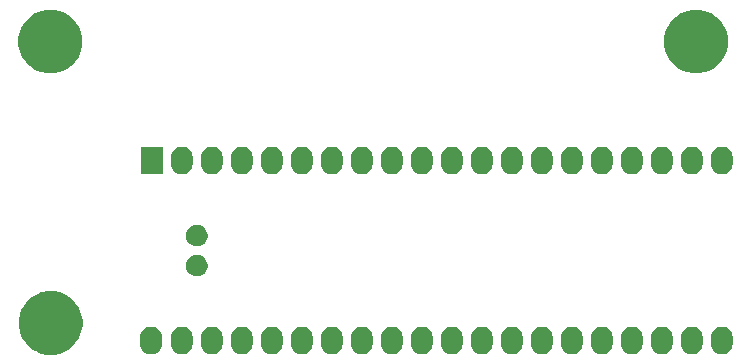
<source format=gbr>
G04 #@! TF.GenerationSoftware,KiCad,Pcbnew,5.1.5*
G04 #@! TF.CreationDate,2020-04-09T00:18:25+02:00*
G04 #@! TF.ProjectId,bluepill_control_board,626c7565-7069-46c6-9c5f-636f6e74726f,rev?*
G04 #@! TF.SameCoordinates,Original*
G04 #@! TF.FileFunction,Soldermask,Bot*
G04 #@! TF.FilePolarity,Negative*
%FSLAX46Y46*%
G04 Gerber Fmt 4.6, Leading zero omitted, Abs format (unit mm)*
G04 Created by KiCad (PCBNEW 5.1.5) date 2020-04-09 00:18:25*
%MOMM*%
%LPD*%
G04 APERTURE LIST*
%ADD10C,0.100000*%
G04 APERTURE END LIST*
D10*
G36*
X184810852Y-136877797D02*
G01*
X185302402Y-137081404D01*
X185302403Y-137081405D01*
X185744787Y-137376996D01*
X186121004Y-137753213D01*
X186318512Y-138048805D01*
X186416596Y-138195598D01*
X186620203Y-138687148D01*
X186724000Y-139208973D01*
X186724000Y-139741027D01*
X186620203Y-140262852D01*
X186416596Y-140754402D01*
X186416595Y-140754403D01*
X186121004Y-141196787D01*
X185744787Y-141573004D01*
X185488301Y-141744382D01*
X185302402Y-141868596D01*
X184810852Y-142072203D01*
X184289027Y-142176000D01*
X183756973Y-142176000D01*
X183235148Y-142072203D01*
X182743598Y-141868596D01*
X182557699Y-141744382D01*
X182301213Y-141573004D01*
X181924996Y-141196787D01*
X181629405Y-140754403D01*
X181629404Y-140754402D01*
X181425797Y-140262852D01*
X181322000Y-139741027D01*
X181322000Y-139208973D01*
X181425797Y-138687148D01*
X181629404Y-138195598D01*
X181727488Y-138048805D01*
X181924996Y-137753213D01*
X182301213Y-137376996D01*
X182743597Y-137081405D01*
X182743598Y-137081404D01*
X183235148Y-136877797D01*
X183756973Y-136774000D01*
X184289027Y-136774000D01*
X184810852Y-136877797D01*
G37*
G36*
X192708094Y-139809633D02*
G01*
X192880495Y-139861931D01*
X193039383Y-139946858D01*
X193178649Y-140061151D01*
X193292942Y-140200417D01*
X193377869Y-140359306D01*
X193430167Y-140531707D01*
X193443400Y-140666070D01*
X193443400Y-141278731D01*
X193430167Y-141413094D01*
X193377869Y-141585495D01*
X193292942Y-141744383D01*
X193178649Y-141883649D01*
X193039383Y-141997942D01*
X192880494Y-142082869D01*
X192708093Y-142135167D01*
X192528800Y-142152825D01*
X192349506Y-142135167D01*
X192177105Y-142082869D01*
X192018217Y-141997942D01*
X191878951Y-141883649D01*
X191764658Y-141744383D01*
X191679731Y-141585494D01*
X191627433Y-141413093D01*
X191614200Y-141278730D01*
X191614200Y-140666069D01*
X191627433Y-140531706D01*
X191679731Y-140359305D01*
X191764659Y-140200418D01*
X191878952Y-140061151D01*
X192018218Y-139946858D01*
X192177106Y-139861931D01*
X192349507Y-139809633D01*
X192528800Y-139791975D01*
X192708094Y-139809633D01*
G37*
G36*
X195298894Y-139809633D02*
G01*
X195471295Y-139861931D01*
X195630183Y-139946858D01*
X195769449Y-140061151D01*
X195883742Y-140200417D01*
X195968669Y-140359306D01*
X196020967Y-140531707D01*
X196034200Y-140666070D01*
X196034200Y-141278731D01*
X196020967Y-141413094D01*
X195968669Y-141585495D01*
X195883742Y-141744383D01*
X195769449Y-141883649D01*
X195630183Y-141997942D01*
X195471294Y-142082869D01*
X195298893Y-142135167D01*
X195119600Y-142152825D01*
X194940306Y-142135167D01*
X194767905Y-142082869D01*
X194609017Y-141997942D01*
X194469751Y-141883649D01*
X194355458Y-141744383D01*
X194270531Y-141585494D01*
X194218233Y-141413093D01*
X194205000Y-141278730D01*
X194205000Y-140666069D01*
X194218233Y-140531706D01*
X194270531Y-140359305D01*
X194355459Y-140200418D01*
X194469752Y-140061151D01*
X194609018Y-139946858D01*
X194767906Y-139861931D01*
X194940307Y-139809633D01*
X195119600Y-139791975D01*
X195298894Y-139809633D01*
G37*
G36*
X197838894Y-139809633D02*
G01*
X198011295Y-139861931D01*
X198170183Y-139946858D01*
X198309449Y-140061151D01*
X198423742Y-140200417D01*
X198508669Y-140359306D01*
X198560967Y-140531707D01*
X198574200Y-140666070D01*
X198574200Y-141278731D01*
X198560967Y-141413094D01*
X198508669Y-141585495D01*
X198423742Y-141744383D01*
X198309449Y-141883649D01*
X198170183Y-141997942D01*
X198011294Y-142082869D01*
X197838893Y-142135167D01*
X197659600Y-142152825D01*
X197480306Y-142135167D01*
X197307905Y-142082869D01*
X197149017Y-141997942D01*
X197009751Y-141883649D01*
X196895458Y-141744383D01*
X196810531Y-141585494D01*
X196758233Y-141413093D01*
X196745000Y-141278730D01*
X196745000Y-140666069D01*
X196758233Y-140531706D01*
X196810531Y-140359305D01*
X196895459Y-140200418D01*
X197009752Y-140061151D01*
X197149018Y-139946858D01*
X197307906Y-139861931D01*
X197480307Y-139809633D01*
X197659600Y-139791975D01*
X197838894Y-139809633D01*
G37*
G36*
X200378894Y-139809633D02*
G01*
X200551295Y-139861931D01*
X200710183Y-139946858D01*
X200849449Y-140061151D01*
X200963742Y-140200417D01*
X201048669Y-140359306D01*
X201100967Y-140531707D01*
X201114200Y-140666070D01*
X201114200Y-141278731D01*
X201100967Y-141413094D01*
X201048669Y-141585495D01*
X200963742Y-141744383D01*
X200849449Y-141883649D01*
X200710183Y-141997942D01*
X200551294Y-142082869D01*
X200378893Y-142135167D01*
X200199600Y-142152825D01*
X200020306Y-142135167D01*
X199847905Y-142082869D01*
X199689017Y-141997942D01*
X199549751Y-141883649D01*
X199435458Y-141744383D01*
X199350531Y-141585494D01*
X199298233Y-141413093D01*
X199285000Y-141278730D01*
X199285000Y-140666069D01*
X199298233Y-140531706D01*
X199350531Y-140359305D01*
X199435459Y-140200418D01*
X199549752Y-140061151D01*
X199689018Y-139946858D01*
X199847906Y-139861931D01*
X200020307Y-139809633D01*
X200199600Y-139791975D01*
X200378894Y-139809633D01*
G37*
G36*
X202918894Y-139809633D02*
G01*
X203091295Y-139861931D01*
X203250183Y-139946858D01*
X203389449Y-140061151D01*
X203503742Y-140200417D01*
X203588669Y-140359306D01*
X203640967Y-140531707D01*
X203654200Y-140666070D01*
X203654200Y-141278731D01*
X203640967Y-141413094D01*
X203588669Y-141585495D01*
X203503742Y-141744383D01*
X203389449Y-141883649D01*
X203250183Y-141997942D01*
X203091294Y-142082869D01*
X202918893Y-142135167D01*
X202739600Y-142152825D01*
X202560306Y-142135167D01*
X202387905Y-142082869D01*
X202229017Y-141997942D01*
X202089751Y-141883649D01*
X201975458Y-141744383D01*
X201890531Y-141585494D01*
X201838233Y-141413093D01*
X201825000Y-141278730D01*
X201825000Y-140666069D01*
X201838233Y-140531706D01*
X201890531Y-140359305D01*
X201975459Y-140200418D01*
X202089752Y-140061151D01*
X202229018Y-139946858D01*
X202387906Y-139861931D01*
X202560307Y-139809633D01*
X202739600Y-139791975D01*
X202918894Y-139809633D01*
G37*
G36*
X205458894Y-139809633D02*
G01*
X205631295Y-139861931D01*
X205790183Y-139946858D01*
X205929449Y-140061151D01*
X206043742Y-140200417D01*
X206128669Y-140359306D01*
X206180967Y-140531707D01*
X206194200Y-140666070D01*
X206194200Y-141278731D01*
X206180967Y-141413094D01*
X206128669Y-141585495D01*
X206043742Y-141744383D01*
X205929449Y-141883649D01*
X205790183Y-141997942D01*
X205631294Y-142082869D01*
X205458893Y-142135167D01*
X205279600Y-142152825D01*
X205100306Y-142135167D01*
X204927905Y-142082869D01*
X204769017Y-141997942D01*
X204629751Y-141883649D01*
X204515458Y-141744383D01*
X204430531Y-141585494D01*
X204378233Y-141413093D01*
X204365000Y-141278730D01*
X204365000Y-140666069D01*
X204378233Y-140531706D01*
X204430531Y-140359305D01*
X204515459Y-140200418D01*
X204629752Y-140061151D01*
X204769018Y-139946858D01*
X204927906Y-139861931D01*
X205100307Y-139809633D01*
X205279600Y-139791975D01*
X205458894Y-139809633D01*
G37*
G36*
X207998894Y-139809633D02*
G01*
X208171295Y-139861931D01*
X208330183Y-139946858D01*
X208469449Y-140061151D01*
X208583742Y-140200417D01*
X208668669Y-140359306D01*
X208720967Y-140531707D01*
X208734200Y-140666070D01*
X208734200Y-141278731D01*
X208720967Y-141413094D01*
X208668669Y-141585495D01*
X208583742Y-141744383D01*
X208469449Y-141883649D01*
X208330183Y-141997942D01*
X208171294Y-142082869D01*
X207998893Y-142135167D01*
X207819600Y-142152825D01*
X207640306Y-142135167D01*
X207467905Y-142082869D01*
X207309017Y-141997942D01*
X207169751Y-141883649D01*
X207055458Y-141744383D01*
X206970531Y-141585494D01*
X206918233Y-141413093D01*
X206905000Y-141278730D01*
X206905000Y-140666069D01*
X206918233Y-140531706D01*
X206970531Y-140359305D01*
X207055459Y-140200418D01*
X207169752Y-140061151D01*
X207309018Y-139946858D01*
X207467906Y-139861931D01*
X207640307Y-139809633D01*
X207819600Y-139791975D01*
X207998894Y-139809633D01*
G37*
G36*
X210538894Y-139809633D02*
G01*
X210711295Y-139861931D01*
X210870183Y-139946858D01*
X211009449Y-140061151D01*
X211123742Y-140200417D01*
X211208669Y-140359306D01*
X211260967Y-140531707D01*
X211274200Y-140666070D01*
X211274200Y-141278731D01*
X211260967Y-141413094D01*
X211208669Y-141585495D01*
X211123742Y-141744383D01*
X211009449Y-141883649D01*
X210870183Y-141997942D01*
X210711294Y-142082869D01*
X210538893Y-142135167D01*
X210359600Y-142152825D01*
X210180306Y-142135167D01*
X210007905Y-142082869D01*
X209849017Y-141997942D01*
X209709751Y-141883649D01*
X209595458Y-141744383D01*
X209510531Y-141585494D01*
X209458233Y-141413093D01*
X209445000Y-141278730D01*
X209445000Y-140666069D01*
X209458233Y-140531706D01*
X209510531Y-140359305D01*
X209595459Y-140200418D01*
X209709752Y-140061151D01*
X209849018Y-139946858D01*
X210007906Y-139861931D01*
X210180307Y-139809633D01*
X210359600Y-139791975D01*
X210538894Y-139809633D01*
G37*
G36*
X213078894Y-139809633D02*
G01*
X213251295Y-139861931D01*
X213410183Y-139946858D01*
X213549449Y-140061151D01*
X213663742Y-140200417D01*
X213748669Y-140359306D01*
X213800967Y-140531707D01*
X213814200Y-140666070D01*
X213814200Y-141278731D01*
X213800967Y-141413094D01*
X213748669Y-141585495D01*
X213663742Y-141744383D01*
X213549449Y-141883649D01*
X213410183Y-141997942D01*
X213251294Y-142082869D01*
X213078893Y-142135167D01*
X212899600Y-142152825D01*
X212720306Y-142135167D01*
X212547905Y-142082869D01*
X212389017Y-141997942D01*
X212249751Y-141883649D01*
X212135458Y-141744383D01*
X212050531Y-141585494D01*
X211998233Y-141413093D01*
X211985000Y-141278730D01*
X211985000Y-140666069D01*
X211998233Y-140531706D01*
X212050531Y-140359305D01*
X212135459Y-140200418D01*
X212249752Y-140061151D01*
X212389018Y-139946858D01*
X212547906Y-139861931D01*
X212720307Y-139809633D01*
X212899600Y-139791975D01*
X213078894Y-139809633D01*
G37*
G36*
X215618894Y-139809633D02*
G01*
X215791295Y-139861931D01*
X215950183Y-139946858D01*
X216089449Y-140061151D01*
X216203742Y-140200417D01*
X216288669Y-140359306D01*
X216340967Y-140531707D01*
X216354200Y-140666070D01*
X216354200Y-141278731D01*
X216340967Y-141413094D01*
X216288669Y-141585495D01*
X216203742Y-141744383D01*
X216089449Y-141883649D01*
X215950183Y-141997942D01*
X215791294Y-142082869D01*
X215618893Y-142135167D01*
X215439600Y-142152825D01*
X215260306Y-142135167D01*
X215087905Y-142082869D01*
X214929017Y-141997942D01*
X214789751Y-141883649D01*
X214675458Y-141744383D01*
X214590531Y-141585494D01*
X214538233Y-141413093D01*
X214525000Y-141278730D01*
X214525000Y-140666069D01*
X214538233Y-140531706D01*
X214590531Y-140359305D01*
X214675459Y-140200418D01*
X214789752Y-140061151D01*
X214929018Y-139946858D01*
X215087906Y-139861931D01*
X215260307Y-139809633D01*
X215439600Y-139791975D01*
X215618894Y-139809633D01*
G37*
G36*
X220698894Y-139809633D02*
G01*
X220871295Y-139861931D01*
X221030183Y-139946858D01*
X221169449Y-140061151D01*
X221283742Y-140200417D01*
X221368669Y-140359306D01*
X221420967Y-140531707D01*
X221434200Y-140666070D01*
X221434200Y-141278731D01*
X221420967Y-141413094D01*
X221368669Y-141585495D01*
X221283742Y-141744383D01*
X221169449Y-141883649D01*
X221030183Y-141997942D01*
X220871294Y-142082869D01*
X220698893Y-142135167D01*
X220519600Y-142152825D01*
X220340306Y-142135167D01*
X220167905Y-142082869D01*
X220009017Y-141997942D01*
X219869751Y-141883649D01*
X219755458Y-141744383D01*
X219670531Y-141585494D01*
X219618233Y-141413093D01*
X219605000Y-141278730D01*
X219605000Y-140666069D01*
X219618233Y-140531706D01*
X219670531Y-140359305D01*
X219755459Y-140200418D01*
X219869752Y-140061151D01*
X220009018Y-139946858D01*
X220167906Y-139861931D01*
X220340307Y-139809633D01*
X220519600Y-139791975D01*
X220698894Y-139809633D01*
G37*
G36*
X223238894Y-139809633D02*
G01*
X223411295Y-139861931D01*
X223570183Y-139946858D01*
X223709449Y-140061151D01*
X223823742Y-140200417D01*
X223908669Y-140359306D01*
X223960967Y-140531707D01*
X223974200Y-140666070D01*
X223974200Y-141278731D01*
X223960967Y-141413094D01*
X223908669Y-141585495D01*
X223823742Y-141744383D01*
X223709449Y-141883649D01*
X223570183Y-141997942D01*
X223411294Y-142082869D01*
X223238893Y-142135167D01*
X223059600Y-142152825D01*
X222880306Y-142135167D01*
X222707905Y-142082869D01*
X222549017Y-141997942D01*
X222409751Y-141883649D01*
X222295458Y-141744383D01*
X222210531Y-141585494D01*
X222158233Y-141413093D01*
X222145000Y-141278730D01*
X222145000Y-140666069D01*
X222158233Y-140531706D01*
X222210531Y-140359305D01*
X222295459Y-140200418D01*
X222409752Y-140061151D01*
X222549018Y-139946858D01*
X222707906Y-139861931D01*
X222880307Y-139809633D01*
X223059600Y-139791975D01*
X223238894Y-139809633D01*
G37*
G36*
X225778894Y-139809633D02*
G01*
X225951295Y-139861931D01*
X226110183Y-139946858D01*
X226249449Y-140061151D01*
X226363742Y-140200417D01*
X226448669Y-140359306D01*
X226500967Y-140531707D01*
X226514200Y-140666070D01*
X226514200Y-141278731D01*
X226500967Y-141413094D01*
X226448669Y-141585495D01*
X226363742Y-141744383D01*
X226249449Y-141883649D01*
X226110183Y-141997942D01*
X225951294Y-142082869D01*
X225778893Y-142135167D01*
X225599600Y-142152825D01*
X225420306Y-142135167D01*
X225247905Y-142082869D01*
X225089017Y-141997942D01*
X224949751Y-141883649D01*
X224835458Y-141744383D01*
X224750531Y-141585494D01*
X224698233Y-141413093D01*
X224685000Y-141278730D01*
X224685000Y-140666069D01*
X224698233Y-140531706D01*
X224750531Y-140359305D01*
X224835459Y-140200418D01*
X224949752Y-140061151D01*
X225089018Y-139946858D01*
X225247906Y-139861931D01*
X225420307Y-139809633D01*
X225599600Y-139791975D01*
X225778894Y-139809633D01*
G37*
G36*
X228318894Y-139809633D02*
G01*
X228491295Y-139861931D01*
X228650183Y-139946858D01*
X228789449Y-140061151D01*
X228903742Y-140200417D01*
X228988669Y-140359306D01*
X229040967Y-140531707D01*
X229054200Y-140666070D01*
X229054200Y-141278731D01*
X229040967Y-141413094D01*
X228988669Y-141585495D01*
X228903742Y-141744383D01*
X228789449Y-141883649D01*
X228650183Y-141997942D01*
X228491294Y-142082869D01*
X228318893Y-142135167D01*
X228139600Y-142152825D01*
X227960306Y-142135167D01*
X227787905Y-142082869D01*
X227629017Y-141997942D01*
X227489751Y-141883649D01*
X227375458Y-141744383D01*
X227290531Y-141585494D01*
X227238233Y-141413093D01*
X227225000Y-141278730D01*
X227225000Y-140666069D01*
X227238233Y-140531706D01*
X227290531Y-140359305D01*
X227375459Y-140200418D01*
X227489752Y-140061151D01*
X227629018Y-139946858D01*
X227787906Y-139861931D01*
X227960307Y-139809633D01*
X228139600Y-139791975D01*
X228318894Y-139809633D01*
G37*
G36*
X230858894Y-139809633D02*
G01*
X231031295Y-139861931D01*
X231190183Y-139946858D01*
X231329449Y-140061151D01*
X231443742Y-140200417D01*
X231528669Y-140359306D01*
X231580967Y-140531707D01*
X231594200Y-140666070D01*
X231594200Y-141278731D01*
X231580967Y-141413094D01*
X231528669Y-141585495D01*
X231443742Y-141744383D01*
X231329449Y-141883649D01*
X231190183Y-141997942D01*
X231031294Y-142082869D01*
X230858893Y-142135167D01*
X230679600Y-142152825D01*
X230500306Y-142135167D01*
X230327905Y-142082869D01*
X230169017Y-141997942D01*
X230029751Y-141883649D01*
X229915458Y-141744383D01*
X229830531Y-141585494D01*
X229778233Y-141413093D01*
X229765000Y-141278730D01*
X229765000Y-140666069D01*
X229778233Y-140531706D01*
X229830531Y-140359305D01*
X229915459Y-140200418D01*
X230029752Y-140061151D01*
X230169018Y-139946858D01*
X230327906Y-139861931D01*
X230500307Y-139809633D01*
X230679600Y-139791975D01*
X230858894Y-139809633D01*
G37*
G36*
X233398894Y-139809633D02*
G01*
X233571295Y-139861931D01*
X233730183Y-139946858D01*
X233869449Y-140061151D01*
X233983742Y-140200417D01*
X234068669Y-140359306D01*
X234120967Y-140531707D01*
X234134200Y-140666070D01*
X234134200Y-141278731D01*
X234120967Y-141413094D01*
X234068669Y-141585495D01*
X233983742Y-141744383D01*
X233869449Y-141883649D01*
X233730183Y-141997942D01*
X233571294Y-142082869D01*
X233398893Y-142135167D01*
X233219600Y-142152825D01*
X233040306Y-142135167D01*
X232867905Y-142082869D01*
X232709017Y-141997942D01*
X232569751Y-141883649D01*
X232455458Y-141744383D01*
X232370531Y-141585494D01*
X232318233Y-141413093D01*
X232305000Y-141278730D01*
X232305000Y-140666069D01*
X232318233Y-140531706D01*
X232370531Y-140359305D01*
X232455459Y-140200418D01*
X232569752Y-140061151D01*
X232709018Y-139946858D01*
X232867906Y-139861931D01*
X233040307Y-139809633D01*
X233219600Y-139791975D01*
X233398894Y-139809633D01*
G37*
G36*
X235938894Y-139809633D02*
G01*
X236111295Y-139861931D01*
X236270183Y-139946858D01*
X236409449Y-140061151D01*
X236523742Y-140200417D01*
X236608669Y-140359306D01*
X236660967Y-140531707D01*
X236674200Y-140666070D01*
X236674200Y-141278731D01*
X236660967Y-141413094D01*
X236608669Y-141585495D01*
X236523742Y-141744383D01*
X236409449Y-141883649D01*
X236270183Y-141997942D01*
X236111294Y-142082869D01*
X235938893Y-142135167D01*
X235759600Y-142152825D01*
X235580306Y-142135167D01*
X235407905Y-142082869D01*
X235249017Y-141997942D01*
X235109751Y-141883649D01*
X234995458Y-141744383D01*
X234910531Y-141585494D01*
X234858233Y-141413093D01*
X234845000Y-141278730D01*
X234845000Y-140666069D01*
X234858233Y-140531706D01*
X234910531Y-140359305D01*
X234995459Y-140200418D01*
X235109752Y-140061151D01*
X235249018Y-139946858D01*
X235407906Y-139861931D01*
X235580307Y-139809633D01*
X235759600Y-139791975D01*
X235938894Y-139809633D01*
G37*
G36*
X238478894Y-139809633D02*
G01*
X238651295Y-139861931D01*
X238810183Y-139946858D01*
X238949449Y-140061151D01*
X239063742Y-140200417D01*
X239148669Y-140359306D01*
X239200967Y-140531707D01*
X239214200Y-140666070D01*
X239214200Y-141278731D01*
X239200967Y-141413094D01*
X239148669Y-141585495D01*
X239063742Y-141744383D01*
X238949449Y-141883649D01*
X238810183Y-141997942D01*
X238651294Y-142082869D01*
X238478893Y-142135167D01*
X238299600Y-142152825D01*
X238120306Y-142135167D01*
X237947905Y-142082869D01*
X237789017Y-141997942D01*
X237649751Y-141883649D01*
X237535458Y-141744383D01*
X237450531Y-141585494D01*
X237398233Y-141413093D01*
X237385000Y-141278730D01*
X237385000Y-140666069D01*
X237398233Y-140531706D01*
X237450531Y-140359305D01*
X237535459Y-140200418D01*
X237649752Y-140061151D01*
X237789018Y-139946858D01*
X237947906Y-139861931D01*
X238120307Y-139809633D01*
X238299600Y-139791975D01*
X238478894Y-139809633D01*
G37*
G36*
X241018894Y-139809633D02*
G01*
X241191295Y-139861931D01*
X241350183Y-139946858D01*
X241489449Y-140061151D01*
X241603742Y-140200417D01*
X241688669Y-140359306D01*
X241740967Y-140531707D01*
X241754200Y-140666070D01*
X241754200Y-141278731D01*
X241740967Y-141413094D01*
X241688669Y-141585495D01*
X241603742Y-141744383D01*
X241489449Y-141883649D01*
X241350183Y-141997942D01*
X241191294Y-142082869D01*
X241018893Y-142135167D01*
X240839600Y-142152825D01*
X240660306Y-142135167D01*
X240487905Y-142082869D01*
X240329017Y-141997942D01*
X240189751Y-141883649D01*
X240075458Y-141744383D01*
X239990531Y-141585494D01*
X239938233Y-141413093D01*
X239925000Y-141278730D01*
X239925000Y-140666069D01*
X239938233Y-140531706D01*
X239990531Y-140359305D01*
X240075459Y-140200418D01*
X240189752Y-140061151D01*
X240329018Y-139946858D01*
X240487906Y-139861931D01*
X240660307Y-139809633D01*
X240839600Y-139791975D01*
X241018894Y-139809633D01*
G37*
G36*
X218158894Y-139809633D02*
G01*
X218331295Y-139861931D01*
X218490183Y-139946858D01*
X218629449Y-140061151D01*
X218743742Y-140200417D01*
X218828669Y-140359306D01*
X218880967Y-140531707D01*
X218894200Y-140666070D01*
X218894200Y-141278731D01*
X218880967Y-141413094D01*
X218828669Y-141585495D01*
X218743742Y-141744383D01*
X218629449Y-141883649D01*
X218490183Y-141997942D01*
X218331294Y-142082869D01*
X218158893Y-142135167D01*
X217979600Y-142152825D01*
X217800306Y-142135167D01*
X217627905Y-142082869D01*
X217469017Y-141997942D01*
X217329751Y-141883649D01*
X217215458Y-141744383D01*
X217130531Y-141585494D01*
X217078233Y-141413093D01*
X217065000Y-141278730D01*
X217065000Y-140666069D01*
X217078233Y-140531706D01*
X217130531Y-140359305D01*
X217215459Y-140200418D01*
X217329752Y-140061151D01*
X217469018Y-139946858D01*
X217627906Y-139861931D01*
X217800307Y-139809633D01*
X217979600Y-139791975D01*
X218158894Y-139809633D01*
G37*
G36*
X196656378Y-133752947D02*
G01*
X196822824Y-133821891D01*
X196972622Y-133921983D01*
X197100017Y-134049378D01*
X197200109Y-134199176D01*
X197269053Y-134365622D01*
X197304200Y-134542318D01*
X197304200Y-134722482D01*
X197269053Y-134899178D01*
X197200109Y-135065624D01*
X197100017Y-135215422D01*
X196972622Y-135342817D01*
X196822824Y-135442909D01*
X196656378Y-135511853D01*
X196479682Y-135547000D01*
X196299518Y-135547000D01*
X196122822Y-135511853D01*
X195956376Y-135442909D01*
X195806578Y-135342817D01*
X195679183Y-135215422D01*
X195579091Y-135065624D01*
X195510147Y-134899178D01*
X195475000Y-134722482D01*
X195475000Y-134542318D01*
X195510147Y-134365622D01*
X195579091Y-134199176D01*
X195679183Y-134049378D01*
X195806578Y-133921983D01*
X195956376Y-133821891D01*
X196122822Y-133752947D01*
X196299518Y-133717800D01*
X196479682Y-133717800D01*
X196656378Y-133752947D01*
G37*
G36*
X196656378Y-131212947D02*
G01*
X196822824Y-131281891D01*
X196972622Y-131381983D01*
X197100017Y-131509378D01*
X197200109Y-131659176D01*
X197269053Y-131825622D01*
X197304200Y-132002318D01*
X197304200Y-132182482D01*
X197269053Y-132359178D01*
X197200109Y-132525624D01*
X197100017Y-132675422D01*
X196972622Y-132802817D01*
X196822824Y-132902909D01*
X196656378Y-132971853D01*
X196479682Y-133007000D01*
X196299518Y-133007000D01*
X196122822Y-132971853D01*
X195956376Y-132902909D01*
X195806578Y-132802817D01*
X195679183Y-132675422D01*
X195579091Y-132525624D01*
X195510147Y-132359178D01*
X195475000Y-132182482D01*
X195475000Y-132002318D01*
X195510147Y-131825622D01*
X195579091Y-131659176D01*
X195679183Y-131509378D01*
X195806578Y-131381983D01*
X195956376Y-131281891D01*
X196122822Y-131212947D01*
X196299518Y-131177800D01*
X196479682Y-131177800D01*
X196656378Y-131212947D01*
G37*
G36*
X241018893Y-124569633D02*
G01*
X241191294Y-124621931D01*
X241350183Y-124706858D01*
X241489449Y-124821151D01*
X241603742Y-124960417D01*
X241688669Y-125119305D01*
X241740967Y-125291706D01*
X241754200Y-125426069D01*
X241754200Y-126038730D01*
X241740967Y-126173093D01*
X241688669Y-126345494D01*
X241603742Y-126504383D01*
X241489449Y-126643649D01*
X241350183Y-126757942D01*
X241191295Y-126842869D01*
X241018894Y-126895167D01*
X240839600Y-126912825D01*
X240660307Y-126895167D01*
X240487906Y-126842869D01*
X240329018Y-126757942D01*
X240189752Y-126643649D01*
X240075459Y-126504382D01*
X239990531Y-126345495D01*
X239938233Y-126173094D01*
X239925000Y-126038731D01*
X239925000Y-125426070D01*
X239938233Y-125291707D01*
X239990531Y-125119306D01*
X240075458Y-124960417D01*
X240189751Y-124821151D01*
X240329017Y-124706858D01*
X240487905Y-124621931D01*
X240660306Y-124569633D01*
X240839600Y-124551975D01*
X241018893Y-124569633D01*
G37*
G36*
X197838893Y-124569633D02*
G01*
X198011294Y-124621931D01*
X198170183Y-124706858D01*
X198309449Y-124821151D01*
X198423742Y-124960417D01*
X198508669Y-125119305D01*
X198560967Y-125291706D01*
X198574200Y-125426069D01*
X198574200Y-126038730D01*
X198560967Y-126173093D01*
X198508669Y-126345494D01*
X198423742Y-126504383D01*
X198309449Y-126643649D01*
X198170183Y-126757942D01*
X198011295Y-126842869D01*
X197838894Y-126895167D01*
X197659600Y-126912825D01*
X197480307Y-126895167D01*
X197307906Y-126842869D01*
X197149018Y-126757942D01*
X197009752Y-126643649D01*
X196895459Y-126504382D01*
X196810531Y-126345495D01*
X196758233Y-126173094D01*
X196745000Y-126038731D01*
X196745000Y-125426070D01*
X196758233Y-125291707D01*
X196810531Y-125119306D01*
X196895458Y-124960417D01*
X197009751Y-124821151D01*
X197149017Y-124706858D01*
X197307905Y-124621931D01*
X197480306Y-124569633D01*
X197659600Y-124551975D01*
X197838893Y-124569633D01*
G37*
G36*
X200378893Y-124569633D02*
G01*
X200551294Y-124621931D01*
X200710183Y-124706858D01*
X200849449Y-124821151D01*
X200963742Y-124960417D01*
X201048669Y-125119305D01*
X201100967Y-125291706D01*
X201114200Y-125426069D01*
X201114200Y-126038730D01*
X201100967Y-126173093D01*
X201048669Y-126345494D01*
X200963742Y-126504383D01*
X200849449Y-126643649D01*
X200710183Y-126757942D01*
X200551295Y-126842869D01*
X200378894Y-126895167D01*
X200199600Y-126912825D01*
X200020307Y-126895167D01*
X199847906Y-126842869D01*
X199689018Y-126757942D01*
X199549752Y-126643649D01*
X199435459Y-126504382D01*
X199350531Y-126345495D01*
X199298233Y-126173094D01*
X199285000Y-126038731D01*
X199285000Y-125426070D01*
X199298233Y-125291707D01*
X199350531Y-125119306D01*
X199435458Y-124960417D01*
X199549751Y-124821151D01*
X199689017Y-124706858D01*
X199847905Y-124621931D01*
X200020306Y-124569633D01*
X200199600Y-124551975D01*
X200378893Y-124569633D01*
G37*
G36*
X195298893Y-124569633D02*
G01*
X195471294Y-124621931D01*
X195630183Y-124706858D01*
X195769449Y-124821151D01*
X195883742Y-124960417D01*
X195968669Y-125119305D01*
X196020967Y-125291706D01*
X196034200Y-125426069D01*
X196034200Y-126038730D01*
X196020967Y-126173093D01*
X195968669Y-126345494D01*
X195883742Y-126504383D01*
X195769449Y-126643649D01*
X195630183Y-126757942D01*
X195471295Y-126842869D01*
X195298894Y-126895167D01*
X195119600Y-126912825D01*
X194940307Y-126895167D01*
X194767906Y-126842869D01*
X194609018Y-126757942D01*
X194469752Y-126643649D01*
X194355459Y-126504382D01*
X194270531Y-126345495D01*
X194218233Y-126173094D01*
X194205000Y-126038731D01*
X194205000Y-125426070D01*
X194218233Y-125291707D01*
X194270531Y-125119306D01*
X194355458Y-124960417D01*
X194469751Y-124821151D01*
X194609017Y-124706858D01*
X194767905Y-124621931D01*
X194940306Y-124569633D01*
X195119600Y-124551975D01*
X195298893Y-124569633D01*
G37*
G36*
X215618893Y-124569633D02*
G01*
X215791294Y-124621931D01*
X215950183Y-124706858D01*
X216089449Y-124821151D01*
X216203742Y-124960417D01*
X216288669Y-125119305D01*
X216340967Y-125291706D01*
X216354200Y-125426069D01*
X216354200Y-126038730D01*
X216340967Y-126173093D01*
X216288669Y-126345494D01*
X216203742Y-126504383D01*
X216089449Y-126643649D01*
X215950183Y-126757942D01*
X215791295Y-126842869D01*
X215618894Y-126895167D01*
X215439600Y-126912825D01*
X215260307Y-126895167D01*
X215087906Y-126842869D01*
X214929018Y-126757942D01*
X214789752Y-126643649D01*
X214675459Y-126504382D01*
X214590531Y-126345495D01*
X214538233Y-126173094D01*
X214525000Y-126038731D01*
X214525000Y-125426070D01*
X214538233Y-125291707D01*
X214590531Y-125119306D01*
X214675458Y-124960417D01*
X214789751Y-124821151D01*
X214929017Y-124706858D01*
X215087905Y-124621931D01*
X215260306Y-124569633D01*
X215439600Y-124551975D01*
X215618893Y-124569633D01*
G37*
G36*
X210538893Y-124569633D02*
G01*
X210711294Y-124621931D01*
X210870183Y-124706858D01*
X211009449Y-124821151D01*
X211123742Y-124960417D01*
X211208669Y-125119305D01*
X211260967Y-125291706D01*
X211274200Y-125426069D01*
X211274200Y-126038730D01*
X211260967Y-126173093D01*
X211208669Y-126345494D01*
X211123742Y-126504383D01*
X211009449Y-126643649D01*
X210870183Y-126757942D01*
X210711295Y-126842869D01*
X210538894Y-126895167D01*
X210359600Y-126912825D01*
X210180307Y-126895167D01*
X210007906Y-126842869D01*
X209849018Y-126757942D01*
X209709752Y-126643649D01*
X209595459Y-126504382D01*
X209510531Y-126345495D01*
X209458233Y-126173094D01*
X209445000Y-126038731D01*
X209445000Y-125426070D01*
X209458233Y-125291707D01*
X209510531Y-125119306D01*
X209595458Y-124960417D01*
X209709751Y-124821151D01*
X209849017Y-124706858D01*
X210007905Y-124621931D01*
X210180306Y-124569633D01*
X210359600Y-124551975D01*
X210538893Y-124569633D01*
G37*
G36*
X207998893Y-124569633D02*
G01*
X208171294Y-124621931D01*
X208330183Y-124706858D01*
X208469449Y-124821151D01*
X208583742Y-124960417D01*
X208668669Y-125119305D01*
X208720967Y-125291706D01*
X208734200Y-125426069D01*
X208734200Y-126038730D01*
X208720967Y-126173093D01*
X208668669Y-126345494D01*
X208583742Y-126504383D01*
X208469449Y-126643649D01*
X208330183Y-126757942D01*
X208171295Y-126842869D01*
X207998894Y-126895167D01*
X207819600Y-126912825D01*
X207640307Y-126895167D01*
X207467906Y-126842869D01*
X207309018Y-126757942D01*
X207169752Y-126643649D01*
X207055459Y-126504382D01*
X206970531Y-126345495D01*
X206918233Y-126173094D01*
X206905000Y-126038731D01*
X206905000Y-125426070D01*
X206918233Y-125291707D01*
X206970531Y-125119306D01*
X207055458Y-124960417D01*
X207169751Y-124821151D01*
X207309017Y-124706858D01*
X207467905Y-124621931D01*
X207640306Y-124569633D01*
X207819600Y-124551975D01*
X207998893Y-124569633D01*
G37*
G36*
X205458893Y-124569633D02*
G01*
X205631294Y-124621931D01*
X205790183Y-124706858D01*
X205929449Y-124821151D01*
X206043742Y-124960417D01*
X206128669Y-125119305D01*
X206180967Y-125291706D01*
X206194200Y-125426069D01*
X206194200Y-126038730D01*
X206180967Y-126173093D01*
X206128669Y-126345494D01*
X206043742Y-126504383D01*
X205929449Y-126643649D01*
X205790183Y-126757942D01*
X205631295Y-126842869D01*
X205458894Y-126895167D01*
X205279600Y-126912825D01*
X205100307Y-126895167D01*
X204927906Y-126842869D01*
X204769018Y-126757942D01*
X204629752Y-126643649D01*
X204515459Y-126504382D01*
X204430531Y-126345495D01*
X204378233Y-126173094D01*
X204365000Y-126038731D01*
X204365000Y-125426070D01*
X204378233Y-125291707D01*
X204430531Y-125119306D01*
X204515458Y-124960417D01*
X204629751Y-124821151D01*
X204769017Y-124706858D01*
X204927905Y-124621931D01*
X205100306Y-124569633D01*
X205279600Y-124551975D01*
X205458893Y-124569633D01*
G37*
G36*
X202918893Y-124569633D02*
G01*
X203091294Y-124621931D01*
X203250183Y-124706858D01*
X203389449Y-124821151D01*
X203503742Y-124960417D01*
X203588669Y-125119305D01*
X203640967Y-125291706D01*
X203654200Y-125426069D01*
X203654200Y-126038730D01*
X203640967Y-126173093D01*
X203588669Y-126345494D01*
X203503742Y-126504383D01*
X203389449Y-126643649D01*
X203250183Y-126757942D01*
X203091295Y-126842869D01*
X202918894Y-126895167D01*
X202739600Y-126912825D01*
X202560307Y-126895167D01*
X202387906Y-126842869D01*
X202229018Y-126757942D01*
X202089752Y-126643649D01*
X201975459Y-126504382D01*
X201890531Y-126345495D01*
X201838233Y-126173094D01*
X201825000Y-126038731D01*
X201825000Y-125426070D01*
X201838233Y-125291707D01*
X201890531Y-125119306D01*
X201975458Y-124960417D01*
X202089751Y-124821151D01*
X202229017Y-124706858D01*
X202387905Y-124621931D01*
X202560306Y-124569633D01*
X202739600Y-124551975D01*
X202918893Y-124569633D01*
G37*
G36*
X218158893Y-124569633D02*
G01*
X218331294Y-124621931D01*
X218490183Y-124706858D01*
X218629449Y-124821151D01*
X218743742Y-124960417D01*
X218828669Y-125119305D01*
X218880967Y-125291706D01*
X218894200Y-125426069D01*
X218894200Y-126038730D01*
X218880967Y-126173093D01*
X218828669Y-126345494D01*
X218743742Y-126504383D01*
X218629449Y-126643649D01*
X218490183Y-126757942D01*
X218331295Y-126842869D01*
X218158894Y-126895167D01*
X217979600Y-126912825D01*
X217800307Y-126895167D01*
X217627906Y-126842869D01*
X217469018Y-126757942D01*
X217329752Y-126643649D01*
X217215459Y-126504382D01*
X217130531Y-126345495D01*
X217078233Y-126173094D01*
X217065000Y-126038731D01*
X217065000Y-125426070D01*
X217078233Y-125291707D01*
X217130531Y-125119306D01*
X217215458Y-124960417D01*
X217329751Y-124821151D01*
X217469017Y-124706858D01*
X217627905Y-124621931D01*
X217800306Y-124569633D01*
X217979600Y-124551975D01*
X218158893Y-124569633D01*
G37*
G36*
X220698893Y-124569633D02*
G01*
X220871294Y-124621931D01*
X221030183Y-124706858D01*
X221169449Y-124821151D01*
X221283742Y-124960417D01*
X221368669Y-125119305D01*
X221420967Y-125291706D01*
X221434200Y-125426069D01*
X221434200Y-126038730D01*
X221420967Y-126173093D01*
X221368669Y-126345494D01*
X221283742Y-126504383D01*
X221169449Y-126643649D01*
X221030183Y-126757942D01*
X220871295Y-126842869D01*
X220698894Y-126895167D01*
X220519600Y-126912825D01*
X220340307Y-126895167D01*
X220167906Y-126842869D01*
X220009018Y-126757942D01*
X219869752Y-126643649D01*
X219755459Y-126504382D01*
X219670531Y-126345495D01*
X219618233Y-126173094D01*
X219605000Y-126038731D01*
X219605000Y-125426070D01*
X219618233Y-125291707D01*
X219670531Y-125119306D01*
X219755458Y-124960417D01*
X219869751Y-124821151D01*
X220009017Y-124706858D01*
X220167905Y-124621931D01*
X220340306Y-124569633D01*
X220519600Y-124551975D01*
X220698893Y-124569633D01*
G37*
G36*
X223238893Y-124569633D02*
G01*
X223411294Y-124621931D01*
X223570183Y-124706858D01*
X223709449Y-124821151D01*
X223823742Y-124960417D01*
X223908669Y-125119305D01*
X223960967Y-125291706D01*
X223974200Y-125426069D01*
X223974200Y-126038730D01*
X223960967Y-126173093D01*
X223908669Y-126345494D01*
X223823742Y-126504383D01*
X223709449Y-126643649D01*
X223570183Y-126757942D01*
X223411295Y-126842869D01*
X223238894Y-126895167D01*
X223059600Y-126912825D01*
X222880307Y-126895167D01*
X222707906Y-126842869D01*
X222549018Y-126757942D01*
X222409752Y-126643649D01*
X222295459Y-126504382D01*
X222210531Y-126345495D01*
X222158233Y-126173094D01*
X222145000Y-126038731D01*
X222145000Y-125426070D01*
X222158233Y-125291707D01*
X222210531Y-125119306D01*
X222295458Y-124960417D01*
X222409751Y-124821151D01*
X222549017Y-124706858D01*
X222707905Y-124621931D01*
X222880306Y-124569633D01*
X223059600Y-124551975D01*
X223238893Y-124569633D01*
G37*
G36*
X225778893Y-124569633D02*
G01*
X225951294Y-124621931D01*
X226110183Y-124706858D01*
X226249449Y-124821151D01*
X226363742Y-124960417D01*
X226448669Y-125119305D01*
X226500967Y-125291706D01*
X226514200Y-125426069D01*
X226514200Y-126038730D01*
X226500967Y-126173093D01*
X226448669Y-126345494D01*
X226363742Y-126504383D01*
X226249449Y-126643649D01*
X226110183Y-126757942D01*
X225951295Y-126842869D01*
X225778894Y-126895167D01*
X225599600Y-126912825D01*
X225420307Y-126895167D01*
X225247906Y-126842869D01*
X225089018Y-126757942D01*
X224949752Y-126643649D01*
X224835459Y-126504382D01*
X224750531Y-126345495D01*
X224698233Y-126173094D01*
X224685000Y-126038731D01*
X224685000Y-125426070D01*
X224698233Y-125291707D01*
X224750531Y-125119306D01*
X224835458Y-124960417D01*
X224949751Y-124821151D01*
X225089017Y-124706858D01*
X225247905Y-124621931D01*
X225420306Y-124569633D01*
X225599600Y-124551975D01*
X225778893Y-124569633D01*
G37*
G36*
X228318893Y-124569633D02*
G01*
X228491294Y-124621931D01*
X228650183Y-124706858D01*
X228789449Y-124821151D01*
X228903742Y-124960417D01*
X228988669Y-125119305D01*
X229040967Y-125291706D01*
X229054200Y-125426069D01*
X229054200Y-126038730D01*
X229040967Y-126173093D01*
X228988669Y-126345494D01*
X228903742Y-126504383D01*
X228789449Y-126643649D01*
X228650183Y-126757942D01*
X228491295Y-126842869D01*
X228318894Y-126895167D01*
X228139600Y-126912825D01*
X227960307Y-126895167D01*
X227787906Y-126842869D01*
X227629018Y-126757942D01*
X227489752Y-126643649D01*
X227375459Y-126504382D01*
X227290531Y-126345495D01*
X227238233Y-126173094D01*
X227225000Y-126038731D01*
X227225000Y-125426070D01*
X227238233Y-125291707D01*
X227290531Y-125119306D01*
X227375458Y-124960417D01*
X227489751Y-124821151D01*
X227629017Y-124706858D01*
X227787905Y-124621931D01*
X227960306Y-124569633D01*
X228139600Y-124551975D01*
X228318893Y-124569633D01*
G37*
G36*
X230858893Y-124569633D02*
G01*
X231031294Y-124621931D01*
X231190183Y-124706858D01*
X231329449Y-124821151D01*
X231443742Y-124960417D01*
X231528669Y-125119305D01*
X231580967Y-125291706D01*
X231594200Y-125426069D01*
X231594200Y-126038730D01*
X231580967Y-126173093D01*
X231528669Y-126345494D01*
X231443742Y-126504383D01*
X231329449Y-126643649D01*
X231190183Y-126757942D01*
X231031295Y-126842869D01*
X230858894Y-126895167D01*
X230679600Y-126912825D01*
X230500307Y-126895167D01*
X230327906Y-126842869D01*
X230169018Y-126757942D01*
X230029752Y-126643649D01*
X229915459Y-126504382D01*
X229830531Y-126345495D01*
X229778233Y-126173094D01*
X229765000Y-126038731D01*
X229765000Y-125426070D01*
X229778233Y-125291707D01*
X229830531Y-125119306D01*
X229915458Y-124960417D01*
X230029751Y-124821151D01*
X230169017Y-124706858D01*
X230327905Y-124621931D01*
X230500306Y-124569633D01*
X230679600Y-124551975D01*
X230858893Y-124569633D01*
G37*
G36*
X233398893Y-124569633D02*
G01*
X233571294Y-124621931D01*
X233730183Y-124706858D01*
X233869449Y-124821151D01*
X233983742Y-124960417D01*
X234068669Y-125119305D01*
X234120967Y-125291706D01*
X234134200Y-125426069D01*
X234134200Y-126038730D01*
X234120967Y-126173093D01*
X234068669Y-126345494D01*
X233983742Y-126504383D01*
X233869449Y-126643649D01*
X233730183Y-126757942D01*
X233571295Y-126842869D01*
X233398894Y-126895167D01*
X233219600Y-126912825D01*
X233040307Y-126895167D01*
X232867906Y-126842869D01*
X232709018Y-126757942D01*
X232569752Y-126643649D01*
X232455459Y-126504382D01*
X232370531Y-126345495D01*
X232318233Y-126173094D01*
X232305000Y-126038731D01*
X232305000Y-125426070D01*
X232318233Y-125291707D01*
X232370531Y-125119306D01*
X232455458Y-124960417D01*
X232569751Y-124821151D01*
X232709017Y-124706858D01*
X232867905Y-124621931D01*
X233040306Y-124569633D01*
X233219600Y-124551975D01*
X233398893Y-124569633D01*
G37*
G36*
X235938893Y-124569633D02*
G01*
X236111294Y-124621931D01*
X236270183Y-124706858D01*
X236409449Y-124821151D01*
X236523742Y-124960417D01*
X236608669Y-125119305D01*
X236660967Y-125291706D01*
X236674200Y-125426069D01*
X236674200Y-126038730D01*
X236660967Y-126173093D01*
X236608669Y-126345494D01*
X236523742Y-126504383D01*
X236409449Y-126643649D01*
X236270183Y-126757942D01*
X236111295Y-126842869D01*
X235938894Y-126895167D01*
X235759600Y-126912825D01*
X235580307Y-126895167D01*
X235407906Y-126842869D01*
X235249018Y-126757942D01*
X235109752Y-126643649D01*
X234995459Y-126504382D01*
X234910531Y-126345495D01*
X234858233Y-126173094D01*
X234845000Y-126038731D01*
X234845000Y-125426070D01*
X234858233Y-125291707D01*
X234910531Y-125119306D01*
X234995458Y-124960417D01*
X235109751Y-124821151D01*
X235249017Y-124706858D01*
X235407905Y-124621931D01*
X235580306Y-124569633D01*
X235759600Y-124551975D01*
X235938893Y-124569633D01*
G37*
G36*
X238478893Y-124569633D02*
G01*
X238651294Y-124621931D01*
X238810183Y-124706858D01*
X238949449Y-124821151D01*
X239063742Y-124960417D01*
X239148669Y-125119305D01*
X239200967Y-125291706D01*
X239214200Y-125426069D01*
X239214200Y-126038730D01*
X239200967Y-126173093D01*
X239148669Y-126345494D01*
X239063742Y-126504383D01*
X238949449Y-126643649D01*
X238810183Y-126757942D01*
X238651295Y-126842869D01*
X238478894Y-126895167D01*
X238299600Y-126912825D01*
X238120307Y-126895167D01*
X237947906Y-126842869D01*
X237789018Y-126757942D01*
X237649752Y-126643649D01*
X237535459Y-126504382D01*
X237450531Y-126345495D01*
X237398233Y-126173094D01*
X237385000Y-126038731D01*
X237385000Y-125426070D01*
X237398233Y-125291707D01*
X237450531Y-125119306D01*
X237535458Y-124960417D01*
X237649751Y-124821151D01*
X237789017Y-124706858D01*
X237947905Y-124621931D01*
X238120306Y-124569633D01*
X238299600Y-124551975D01*
X238478893Y-124569633D01*
G37*
G36*
X213078893Y-124569633D02*
G01*
X213251294Y-124621931D01*
X213410183Y-124706858D01*
X213549449Y-124821151D01*
X213663742Y-124960417D01*
X213748669Y-125119305D01*
X213800967Y-125291706D01*
X213814200Y-125426069D01*
X213814200Y-126038730D01*
X213800967Y-126173093D01*
X213748669Y-126345494D01*
X213663742Y-126504383D01*
X213549449Y-126643649D01*
X213410183Y-126757942D01*
X213251295Y-126842869D01*
X213078894Y-126895167D01*
X212899600Y-126912825D01*
X212720307Y-126895167D01*
X212547906Y-126842869D01*
X212389018Y-126757942D01*
X212249752Y-126643649D01*
X212135459Y-126504382D01*
X212050531Y-126345495D01*
X211998233Y-126173094D01*
X211985000Y-126038731D01*
X211985000Y-125426070D01*
X211998233Y-125291707D01*
X212050531Y-125119306D01*
X212135458Y-124960417D01*
X212249751Y-124821151D01*
X212389017Y-124706858D01*
X212547905Y-124621931D01*
X212720306Y-124569633D01*
X212899600Y-124551975D01*
X213078893Y-124569633D01*
G37*
G36*
X193494200Y-126908400D02*
G01*
X191665000Y-126908400D01*
X191665000Y-124556400D01*
X193494200Y-124556400D01*
X193494200Y-126908400D01*
G37*
G36*
X239462852Y-113052797D02*
G01*
X239954402Y-113256404D01*
X239954403Y-113256405D01*
X240396787Y-113551996D01*
X240773004Y-113928213D01*
X240970512Y-114223805D01*
X241068596Y-114370598D01*
X241272203Y-114862148D01*
X241376000Y-115383973D01*
X241376000Y-115916027D01*
X241272203Y-116437852D01*
X241068596Y-116929402D01*
X241068595Y-116929403D01*
X240773004Y-117371787D01*
X240396787Y-117748004D01*
X240101195Y-117945512D01*
X239954402Y-118043596D01*
X239462852Y-118247203D01*
X238941027Y-118351000D01*
X238408973Y-118351000D01*
X237887148Y-118247203D01*
X237395598Y-118043596D01*
X237248805Y-117945512D01*
X236953213Y-117748004D01*
X236576996Y-117371787D01*
X236281405Y-116929403D01*
X236281404Y-116929402D01*
X236077797Y-116437852D01*
X235974000Y-115916027D01*
X235974000Y-115383973D01*
X236077797Y-114862148D01*
X236281404Y-114370598D01*
X236379488Y-114223805D01*
X236576996Y-113928213D01*
X236953213Y-113551996D01*
X237395597Y-113256405D01*
X237395598Y-113256404D01*
X237887148Y-113052797D01*
X238408973Y-112949000D01*
X238941027Y-112949000D01*
X239462852Y-113052797D01*
G37*
G36*
X184787852Y-113052797D02*
G01*
X185279402Y-113256404D01*
X185279403Y-113256405D01*
X185721787Y-113551996D01*
X186098004Y-113928213D01*
X186295512Y-114223805D01*
X186393596Y-114370598D01*
X186597203Y-114862148D01*
X186701000Y-115383973D01*
X186701000Y-115916027D01*
X186597203Y-116437852D01*
X186393596Y-116929402D01*
X186393595Y-116929403D01*
X186098004Y-117371787D01*
X185721787Y-117748004D01*
X185426195Y-117945512D01*
X185279402Y-118043596D01*
X184787852Y-118247203D01*
X184266027Y-118351000D01*
X183733973Y-118351000D01*
X183212148Y-118247203D01*
X182720598Y-118043596D01*
X182573805Y-117945512D01*
X182278213Y-117748004D01*
X181901996Y-117371787D01*
X181606405Y-116929403D01*
X181606404Y-116929402D01*
X181402797Y-116437852D01*
X181299000Y-115916027D01*
X181299000Y-115383973D01*
X181402797Y-114862148D01*
X181606404Y-114370598D01*
X181704488Y-114223805D01*
X181901996Y-113928213D01*
X182278213Y-113551996D01*
X182720597Y-113256405D01*
X182720598Y-113256404D01*
X183212148Y-113052797D01*
X183733973Y-112949000D01*
X184266027Y-112949000D01*
X184787852Y-113052797D01*
G37*
M02*

</source>
